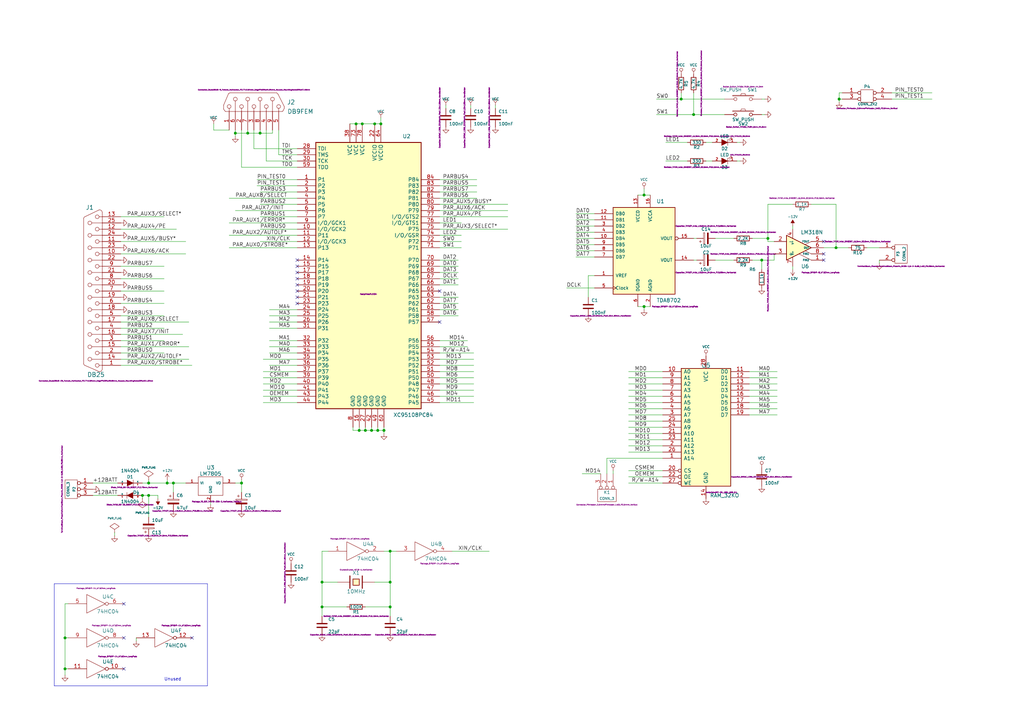
<source format=kicad_sch>
(kicad_sch (version 20231120) (generator "eeschema") (generator_version "8.0")
  (paper "A3")
  (title_block (title "XC95108PC84 EXPERIMENTATION BOARD") (date "Sun 22 Mar 2015"))
  (junction (at 154.94 176.53) (diameter 1.016))
  (junction (at 68.58 198.12) (diameter 1.016))
  (junction (at 149.86 176.53) (diameter 1.016))
  (junction (at 148.59 50.8) (diameter 1.016))
  (junction (at 26.67 274.32) (diameter 1.016))
  (junction (at 344.17 40.64) (diameter 1.016))
  (junction (at 157.48 176.53) (diameter 1.016))
  (junction (at 152.4 176.53) (diameter 1.016))
  (junction (at 147.32 176.53) (diameter 1.016))
  (junction (at 160.02 248.92) (diameter 1.016))
  (junction (at 264.16 125.73) (diameter 1.016))
  (junction (at 101.6 54.61) (diameter 1.016))
  (junction (at 106.68 54.61) (diameter 1.016))
  (junction (at 60.96 198.12) (diameter 1.016))
  (junction (at 156.21 50.8) (diameter 1.016))
  (junction (at 71.12 198.12) (diameter 1.016))
  (junction (at 146.05 50.8) (diameter 1.016))
  (junction (at 132.08 248.92) (diameter 1.016))
  (junction (at 96.52 54.61) (diameter 1.016))
  (junction (at 342.9 101.6) (diameter 1.016))
  (junction (at 26.67 261.62) (diameter 1.016))
  (junction (at 312.42 106.68) (diameter 1.016))
  (junction (at 284.48 46.99) (diameter 1.016))
  (junction (at 160.02 226.06) (diameter 1.016))
  (junction (at 132.08 238.76) (diameter 1.016))
  (junction (at 279.4 40.64) (diameter 1.016))
  (junction (at 264.16 80.01) (diameter 1.016))
  (junction (at 314.96 97.79) (diameter 1.016))
  (junction (at 99.06 198.12) (diameter 1.016))
  (junction (at 60.96 203.2) (diameter 1.016))
  (junction (at 58.42 203.2) (diameter 1.016))
  (junction (at 160.02 238.76) (diameter 1.016))
  (junction (at 153.67 50.8) (diameter 1.016))
  (no_connect (at 121.92 119.38))
  (no_connect (at 50.8 274.32))
  (no_connect (at 337.82 106.68))
  (no_connect (at 121.92 121.92))
  (no_connect (at 180.34 132.08))
  (no_connect (at 180.34 119.38))
  (no_connect (at 121.92 114.3))
  (no_connect (at 121.92 106.68))
  (no_connect (at 337.82 99.06))
  (no_connect (at 50.8 261.62))
  (no_connect (at 121.92 111.76))
  (no_connect (at 121.92 116.84))
  (no_connect (at 78.74 261.62))
  (no_connect (at 337.82 104.14))
  (no_connect (at 121.92 109.22))
  (no_connect (at 121.92 124.46))
  (no_connect (at 50.8 247.65))
  (wire (pts (xy 105.41 73.66) (xy 121.92 73.66)))
  (wire (pts (xy 93.98 81.28) (xy 121.92 81.28)))
  (wire (pts (xy 153.67 50.8) (xy 156.21 50.8)))
  (wire (pts (xy 342.9 101.6) (xy 347.98 101.6)))
  (polyline (pts (xy 22.225 239.395) (xy 85.09 239.395)))
  (wire (pts (xy 121.92 83.82) (xy 106.68 83.82)))
  (wire (pts (xy 49.53 137.16) (xy 74.93 137.16)))
  (wire (pts (xy 180.34 86.36) (xy 208.28 86.36)))
  (wire (pts (xy 365.76 38.1) (xy 382.27 38.1)))
  (wire (pts (xy 243.84 95.25) (xy 236.22 95.25)))
  (wire (pts (xy 149.86 176.53) (xy 152.4 176.53)))
  (wire (pts (xy 271.78 198.12) (xy 257.81 198.12)))
  (wire (pts (xy 147.32 176.53) (xy 149.86 176.53)))
  (wire (pts (xy 307.34 152.4) (xy 318.77 152.4)))
  (wire (pts (xy 187.96 129.54) (xy 180.34 129.54)))
  (wire (pts (xy 312.42 46.99) (xy 313.69 46.99)))
  (wire (pts (xy 38.1 198.12) (xy 48.26 198.12)))
  (wire (pts (xy 121.92 147.32) (xy 107.95 147.32)))
  (wire (pts (xy 132.08 248.92) (xy 132.08 252.73)))
  (wire (pts (xy 194.31 157.48) (xy 180.34 157.48)))
  (wire (pts (xy 160.02 226.06) (xy 160.02 238.76)))
  (wire (pts (xy 271.78 172.72) (xy 257.81 172.72)))
  (wire (pts (xy 121.92 60.96) (xy 104.14 60.96)))
  (wire (pts (xy 99.06 198.12) (xy 96.52 198.12)))
  (wire (pts (xy 243.84 102.87) (xy 236.22 102.87)))
  (wire (pts (xy 264.16 127) (xy 264.16 125.73)))
  (wire (pts (xy 264.16 80.01) (xy 266.7 80.01)))
  (wire (pts (xy 96.52 54.61) (xy 96.52 55.88)))
  (wire (pts (xy 261.62 125.73) (xy 264.16 125.73)))
  (wire (pts (xy 68.58 196.85) (xy 68.58 198.12)))
  (wire (pts (xy 146.05 50.8) (xy 148.59 50.8)))
  (wire (pts (xy 187.96 127) (xy 180.34 127)))
  (wire (pts (xy 187.96 111.76) (xy 180.34 111.76)))
  (wire (pts (xy 194.31 160.02) (xy 180.34 160.02)))
  (wire (pts (xy 248.92 187.96) (xy 248.92 194.31)))
  (wire (pts (xy 271.78 182.88) (xy 257.81 182.88)))
  (wire (pts (xy 157.48 176.53) (xy 157.48 177.8)))
  (wire (pts (xy 152.4 176.53) (xy 154.94 176.53)))
  (wire (pts (xy 160.02 226.06) (xy 162.56 226.06)))
  (wire (pts (xy 292.1 58.42) (xy 289.56 58.42)))
  (wire (pts (xy 58.42 203.2) (xy 60.96 203.2)))
  (wire (pts (xy 246.38 194.31) (xy 238.76 194.31)))
  (wire (pts (xy 271.78 152.4) (xy 257.81 152.4)))
  (wire (pts (xy 194.31 162.56) (xy 180.34 162.56)))
  (wire (pts (xy 345.44 40.64) (xy 344.17 40.64)))
  (wire (pts (xy 344.17 38.1) (xy 345.44 38.1)))
  (wire (pts (xy 121.92 88.9) (xy 106.68 88.9)))
  (wire (pts (xy 193.04 43.18) (xy 193.04 44.45)))
  (wire (pts (xy 308.61 97.79) (xy 314.96 97.79)))
  (wire (pts (xy 106.68 99.06) (xy 121.92 99.06)))
  (wire (pts (xy 191.77 142.24) (xy 180.34 142.24)))
  (wire (pts (xy 317.5 99.06) (xy 314.96 99.06)))
  (wire (pts (xy 365.76 40.64) (xy 382.27 40.64)))
  (polyline (pts (xy 85.09 239.395) (xy 85.09 281.305)))
  (wire (pts (xy 279.4 38.1) (xy 279.4 40.64)))
  (wire (pts (xy 96.52 53.34) (xy 96.52 54.61)))
  (wire (pts (xy 121.92 93.98) (xy 106.68 93.98)))
  (wire (pts (xy 67.31 114.3) (xy 49.53 114.3)))
  (wire (pts (xy 241.3 113.03) (xy 241.3 121.92)))
  (wire (pts (xy 71.12 198.12) (xy 71.12 201.93)))
  (wire (pts (xy 271.78 193.04) (xy 257.81 193.04)))
  (wire (pts (xy 101.6 54.61) (xy 106.68 54.61)))
  (wire (pts (xy 26.67 247.65) (xy 26.67 261.62)))
  (wire (pts (xy 279.4 40.64) (xy 297.18 40.64)))
  (wire (pts (xy 49.53 99.06) (xy 76.2 99.06)))
  (wire (pts (xy 314.96 83.82) (xy 314.96 97.79)))
  (wire (pts (xy 261.62 80.01) (xy 264.16 80.01)))
  (wire (pts (xy 292.1 66.04) (xy 289.56 66.04)))
  (wire (pts (xy 110.49 149.86) (xy 121.92 149.86)))
  (wire (pts (xy 121.92 162.56) (xy 107.95 162.56)))
  (wire (pts (xy 99.06 53.34) (xy 99.06 68.58)))
  (wire (pts (xy 110.49 127) (xy 121.92 127)))
  (wire (pts (xy 160.02 248.92) (xy 149.86 248.92)))
  (wire (pts (xy 99.06 68.58) (xy 121.92 68.58)))
  (wire (pts (xy 106.68 54.61) (xy 106.68 53.34)))
  (wire (pts (xy 307.34 160.02) (xy 318.77 160.02)))
  (wire (pts (xy 194.31 149.86) (xy 180.34 149.86)))
  (wire (pts (xy 293.37 97.79) (xy 300.99 97.79)))
  (wire (pts (xy 187.96 121.92) (xy 180.34 121.92)))
  (wire (pts (xy 87.63 53.34) (xy 93.98 53.34)))
  (wire (pts (xy 187.96 124.46) (xy 180.34 124.46)))
  (wire (pts (xy 194.31 154.94) (xy 180.34 154.94)))
  (wire (pts (xy 105.41 76.2) (xy 121.92 76.2)))
  (wire (pts (xy 64.77 203.2) (xy 64.77 204.47)))
  (wire (pts (xy 96.52 54.61) (xy 101.6 54.61)))
  (wire (pts (xy 152.4 175.26) (xy 152.4 176.53)))
  (wire (pts (xy 243.84 92.71) (xy 236.22 92.71)))
  (wire (pts (xy 144.78 176.53) (xy 147.32 176.53)))
  (wire (pts (xy 180.34 83.82) (xy 208.28 83.82)))
  (wire (pts (xy 303.53 66.04) (xy 302.26 66.04)))
  (wire (pts (xy 121.92 96.52) (xy 93.98 96.52)))
  (wire (pts (xy 110.49 129.54) (xy 121.92 129.54)))
  (wire (pts (xy 96.52 86.36) (xy 121.92 86.36)))
  (wire (pts (xy 302.26 58.42) (xy 303.53 58.42)))
  (wire (pts (xy 243.84 90.17) (xy 236.22 90.17)))
  (wire (pts (xy 160.02 238.76) (xy 160.02 248.92)))
  (wire (pts (xy 67.31 119.38) (xy 49.53 119.38)))
  (wire (pts (xy 189.23 101.6) (xy 180.34 101.6)))
  (wire (pts (xy 271.78 187.96) (xy 248.92 187.96)))
  (wire (pts (xy 121.92 157.48) (xy 107.95 157.48)))
  (wire (pts (xy 243.84 118.11) (xy 232.41 118.11)))
  (wire (pts (xy 26.67 261.62) (xy 26.67 274.32)))
  (wire (pts (xy 49.53 104.14) (xy 76.2 104.14)))
  (wire (pts (xy 314.96 83.82) (xy 325.12 83.82)))
  (wire (pts (xy 195.58 76.2) (xy 180.34 76.2)))
  (wire (pts (xy 180.34 88.9) (xy 208.28 88.9)))
  (wire (pts (xy 121.92 66.04) (xy 109.22 66.04)))
  (wire (pts (xy 187.96 116.84) (xy 180.34 116.84)))
  (wire (pts (xy 307.34 165.1) (xy 318.77 165.1)))
  (wire (pts (xy 312.42 106.68) (xy 317.5 106.68)))
  (wire (pts (xy 195.58 78.74) (xy 180.34 78.74)))
  (wire (pts (xy 67.31 124.46) (xy 49.53 124.46)))
  (wire (pts (xy 271.78 175.26) (xy 257.81 175.26)))
  (wire (pts (xy 271.78 160.02) (xy 257.81 160.02)))
  (wire (pts (xy 121.92 165.1) (xy 107.95 165.1)))
  (wire (pts (xy 132.08 238.76) (xy 132.08 248.92)))
  (wire (pts (xy 195.58 73.66) (xy 180.34 73.66)))
  (wire (pts (xy 49.53 93.98) (xy 72.39 93.98)))
  (wire (pts (xy 308.61 106.68) (xy 312.42 106.68)))
  (wire (pts (xy 281.94 58.42) (xy 273.05 58.42)))
  (wire (pts (xy 99.06 196.85) (xy 99.06 198.12)))
  (wire (pts (xy 114.3 63.5) (xy 114.3 53.34)))
  (wire (pts (xy 180.34 93.98) (xy 208.28 93.98)))
  (wire (pts (xy 121.92 160.02) (xy 107.95 160.02)))
  (wire (pts (xy 313.69 40.64) (xy 312.42 40.64)))
  (wire (pts (xy 67.31 129.54) (xy 49.53 129.54)))
  (wire (pts (xy 49.53 142.24) (xy 77.47 142.24)))
  (wire (pts (xy 67.31 109.22) (xy 49.53 109.22)))
  (wire (pts (xy 147.32 175.26) (xy 147.32 176.53)))
  (wire (pts (xy 67.31 134.62) (xy 49.53 134.62)))
  (wire (pts (xy 271.78 157.48) (xy 257.81 157.48)))
  (wire (pts (xy 142.24 248.92) (xy 132.08 248.92)))
  (wire (pts (xy 185.42 226.06) (xy 200.66 226.06)))
  (wire (pts (xy 271.78 180.34) (xy 257.81 180.34)))
  (wire (pts (xy 71.12 198.12) (xy 76.2 198.12)))
  (wire (pts (xy 67.31 88.9) (xy 49.53 88.9)))
  (wire (pts (xy 60.96 198.12) (xy 68.58 198.12)))
  (wire (pts (xy 317.5 106.68) (xy 317.5 104.14)))
  (wire (pts (xy 195.58 81.28) (xy 180.34 81.28)))
  (wire (pts (xy 182.88 44.45) (xy 182.88 43.18)))
  (wire (pts (xy 48.26 203.2) (xy 38.1 203.2)))
  (wire (pts (xy 149.86 175.26) (xy 149.86 176.53)))
  (wire (pts (xy 153.67 238.76) (xy 160.02 238.76)))
  (wire (pts (xy 337.82 101.6) (xy 342.9 101.6)))
  (wire (pts (xy 187.96 114.3) (xy 180.34 114.3)))
  (wire (pts (xy 101.6 53.34) (xy 101.6 54.61)))
  (wire (pts (xy 46.99 219.71) (xy 46.99 218.44)))
  (wire (pts (xy 189.23 91.44) (xy 180.34 91.44)))
  (wire (pts (xy 187.96 109.22) (xy 180.34 109.22)))
  (wire (pts (xy 67.31 144.78) (xy 49.53 144.78)))
  (wire (pts (xy 325.12 110.49) (xy 325.12 109.22)))
  (wire (pts (xy 60.96 196.85) (xy 60.96 198.12)))
  (wire (pts (xy 58.42 204.47) (xy 58.42 203.2)))
  (wire (pts (xy 58.42 198.12) (xy 60.96 198.12)))
  (wire (pts (xy 157.48 175.26) (xy 157.48 176.53)))
  (wire (pts (xy 148.59 50.8) (xy 153.67 50.8)))
  (wire (pts (xy 203.2 43.18) (xy 203.2 44.45)))
  (wire (pts (xy 132.08 226.06) (xy 132.08 238.76)))
  (wire (pts (xy 160.02 248.92) (xy 160.02 252.73)))
  (wire (pts (xy 271.78 195.58) (xy 257.81 195.58)))
  (wire (pts (xy 55.88 262.89) (xy 55.88 261.62)))
  (wire (pts (xy 132.08 238.76) (xy 138.43 238.76)))
  (wire (pts (xy 121.92 152.4) (xy 107.95 152.4)))
  (wire (pts (xy 87.63 53.34) (xy 87.63 50.8)))
  (wire (pts (xy 285.75 97.79) (xy 284.48 97.79)))
  (wire (pts (xy 271.78 167.64) (xy 257.81 167.64)))
  (wire (pts (xy 344.17 38.1) (xy 344.17 40.64)))
  (wire (pts (xy 269.24 40.64) (xy 279.4 40.64)))
  (wire (pts (xy 49.53 147.32) (xy 77.47 147.32)))
  (wire (pts (xy 121.92 91.44) (xy 93.98 91.44)))
  (wire (pts (xy 60.96 203.2) (xy 64.77 203.2)))
  (wire (pts (xy 121.92 63.5) (xy 114.3 63.5)))
  (wire (pts (xy 332.74 83.82) (xy 342.9 83.82)))
  (wire (pts (xy 194.31 144.78) (xy 180.34 144.78)))
  (polyline (pts (xy 85.09 281.305) (xy 22.225 281.305)))
  (wire (pts (xy 307.34 170.18) (xy 318.77 170.18)))
  (wire (pts (xy 121.92 154.94) (xy 107.95 154.94)))
  (wire (pts (xy 307.34 154.94) (xy 318.77 154.94)))
  (wire (pts (xy 355.6 101.6) (xy 360.68 101.6)))
  (wire (pts (xy 243.84 113.03) (xy 241.3 113.03)))
  (wire (pts (xy 143.51 50.8) (xy 146.05 50.8)))
  (wire (pts (xy 60.96 203.2) (xy 60.96 212.09)))
  (wire (pts (xy 271.78 177.8) (xy 257.81 177.8)))
  (wire (pts (xy 110.49 139.7) (xy 121.92 139.7)))
  (wire (pts (xy 110.49 142.24) (xy 121.92 142.24)))
  (wire (pts (xy 307.34 162.56) (xy 318.77 162.56)))
  (wire (pts (xy 111.76 54.61) (xy 111.76 53.34)))
  (wire (pts (xy 26.67 247.65) (xy 27.94 247.65)))
  (wire (pts (xy 109.22 66.04) (xy 109.22 53.34)))
  (wire (pts (xy 271.78 170.18) (xy 257.81 170.18)))
  (wire (pts (xy 271.78 165.1) (xy 257.81 165.1)))
  (wire (pts (xy 106.68 54.61) (xy 111.76 54.61)))
  (polyline (pts (xy 22.225 239.395) (xy 22.225 281.305)))
  (wire (pts (xy 300.99 106.68) (xy 293.37 106.68)))
  (wire (pts (xy 194.31 165.1) (xy 180.34 165.1)))
  (wire (pts (xy 284.48 46.99) (xy 297.18 46.99)))
  (wire (pts (xy 104.14 60.96) (xy 104.14 53.34)))
  (wire (pts (xy 360.68 107.95) (xy 360.68 106.68)))
  (wire (pts (xy 243.84 100.33) (xy 236.22 100.33)))
  (wire (pts (xy 154.94 176.53) (xy 157.48 176.53)))
  (wire (pts (xy 243.84 105.41) (xy 236.22 105.41)))
  (wire (pts (xy 156.21 50.8) (xy 156.21 48.26)))
  (wire (pts (xy 99.06 198.12) (xy 99.06 201.93)))
  (wire (pts (xy 93.98 101.6) (xy 121.92 101.6)))
  (wire (pts (xy 194.31 147.32) (xy 180.34 147.32)))
  (wire (pts (xy 121.92 78.74) (xy 106.68 78.74)))
  (wire (pts (xy 344.17 40.64) (xy 344.17 41.91)))
  (wire (pts (xy 271.78 185.42) (xy 257.81 185.42)))
  (wire (pts (xy 264.16 125.73) (xy 266.7 125.73)))
  (wire (pts (xy 26.67 274.32) (xy 26.67 276.86)))
  (wire (pts (xy 49.53 132.08) (xy 77.47 132.08)))
  (wire (pts (xy 110.49 144.78) (xy 121.92 144.78)))
  (wire (pts (xy 189.23 99.06) (xy 180.34 99.06)))
  (wire (pts (xy 194.31 152.4) (xy 180.34 152.4)))
  (wire (pts (xy 312.42 106.68) (xy 312.42 110.49)))
  (wire (pts (xy 314.96 97.79) (xy 314.96 99.06)))
  (wire (pts (xy 325.12 92.71) (xy 325.12 93.98)))
  (wire (pts (xy 271.78 162.56) (xy 257.81 162.56)))
  (wire (pts (xy 187.96 106.68) (xy 180.34 106.68)))
  (wire (pts (xy 132.08 226.06) (xy 134.62 226.06)))
  (wire (pts (xy 307.34 157.48) (xy 318.77 157.48)))
  (wire (pts (xy 110.49 134.62) (xy 121.92 134.62)))
  (wire (pts (xy 27.94 261.62) (xy 26.67 261.62)))
  (wire (pts (xy 49.53 149.86) (xy 78.74 149.86)))
  (wire (pts (xy 154.94 175.26) (xy 154.94 176.53)))
  (wire (pts (xy 157.48 226.06) (xy 160.02 226.06)))
  (wire (pts (xy 86.36 207.01) (xy 86.36 205.74)))
  (wire (pts (xy 26.67 274.32) (xy 27.94 274.32)))
  (wire (pts (xy 243.84 87.63) (xy 236.22 87.63)))
  (wire (pts (xy 264.16 80.01) (xy 264.16 77.47)))
  (wire (pts (xy 271.78 154.94) (xy 257.81 154.94)))
  (wire (pts (xy 285.75 106.68) (xy 284.48 106.68)))
  (wire (pts (xy 243.84 97.79) (xy 236.22 97.79)))
  (wire (pts (xy 191.77 139.7) (xy 180.34 139.7)))
  (wire (pts (xy 110.49 132.08) (xy 121.92 132.08)))
  (wire (pts (xy 68.58 198.12) (xy 71.12 198.12)))
  (wire (pts (xy 251.46 193.04) (xy 251.46 194.31)))
  (wire (pts (xy 189.23 96.52) (xy 180.34 96.52)))
  (wire (pts (xy 342.9 83.82) (xy 342.9 101.6)))
  (wire (pts (xy 307.34 167.64) (xy 318.77 167.64)))
  (wire (pts (xy 281.94 66.04) (xy 273.05 66.04)))
  (wire (pts (xy 144.78 175.26) (xy 144.78 176.53)))
  (wire (pts (xy 269.24 46.99) (xy 284.48 46.99)))
  (wire (pts (xy 284.48 46.99) (xy 284.48 38.1)))
  (wire (pts (xy 67.31 139.7) (xy 49.53 139.7)))
  (text "Unused" (at 67.31 279.4 0) (effects (font (size 1.27 1.27)) (justify left bottom)))
  (label "PARBUS2" (at 106.68 83.82 0) (effects (font (size 1.524 1.524))))
  (label "MA4" (at 311.15 162.56 0) (effects (font (size 1.524 1.524))))
  (label "PIN_TEST1" (at 367.03 40.64 0) (effects (font (size 1.524 1.524))))
  (label "MD1" (at 110.49 152.4 0) (effects (font (size 1.524 1.524))))
  (label "MA1" (at 114.3 139.7 0) (effects (font (size 1.524 1.524))))
  (label "PARBUS1" (at 106.68 88.9 0) (effects (font (size 1.524 1.524))))
  (label "+12BATT" (at 38.1 198.12 0) (effects (font (size 1.524 1.524))))
  (label "PAR_AUX8/SELECT" (at 52.07 132.08 0) (effects (font (size 1.524 1.524))))
  (label "MD2" (at 260.35 157.48 0) (effects (font (size 1.524 1.524))))
  (label "DAT7" (at 236.22 105.41 0) (effects (font (size 1.524 1.524))))
  (label "MD14" (at 184.15 139.7 0) (effects (font (size 1.524 1.524))))
  (label "PARBUS4" (at 181.61 73.66 0) (effects (font (size 1.524 1.524))))
  (label "MD4" (at 260.35 162.56 0) (effects (font (size 1.524 1.524))))
  (label "PARBUS5" (at 52.07 119.38 0) (effects (font (size 1.524 1.524))))
  (label "TDO" (at 115.57 68.58 0) (effects (font (size 1.524 1.524))))
  (label "TCK" (at 115.57 66.04 0) (effects (font (size 1.524 1.524))))
  (label "MD14" (at 240.03 194.31 0) (effects (font (size 1.524 1.524))))
  (label "MD2" (at 110.49 157.48 0) (effects (font (size 1.524 1.524))))
  (label "PAR_AUX7/INIT" (at 52.07 137.16 0) (effects (font (size 1.524 1.524))))
  (label "MD0" (at 110.49 147.32 0) (effects (font (size 1.524 1.524))))
  (label "DAT0" (at 181.61 109.22 0) (effects (font (size 1.524 1.524))))
  (label "OEMEM" (at 110.49 162.56 0) (effects (font (size 1.524 1.524))))
  (label "MA0" (at 114.3 142.24 0) (effects (font (size 1.524 1.524))))
  (label "XIN/CLK" (at 187.96 226.06 0) (effects (font (size 1.524 1.524))))
  (label "LED1" (at 181.61 91.44 0) (effects (font (size 1.524 1.524))))
  (label "SW1" (at 269.24 46.99 0) (effects (font (size 1.524 1.524))))
  (label "CSMEM" (at 110.49 154.94 0) (effects (font (size 1.524 1.524))))
  (label "DCLK" (at 232.41 118.11 0) (effects (font (size 1.524 1.524))))
  (label "MD9" (at 182.88 160.02 0) (effects (font (size 1.524 1.524))))
  (label "SW1" (at 181.61 101.6 0) (effects (font (size 1.524 1.524))))
  (label "PAR_AUX5/BUSY*" (at 52.07 99.06 0) (effects (font (size 1.524 1.524))))
  (label "MA6" (at 114.3 144.78 0) (effects (font (size 1.524 1.524))))
  (label "PAR_AUX7/INIT" (at 99.06 86.36 0) (effects (font (size 1.524 1.524))))
  (label "PAR_AUX5/BUSY*" (at 181.61 83.82 0) (effects (font (size 1.524 1.524))))
  (label "MA2" (at 311.15 157.48 0) (effects (font (size 1.524 1.524))))
  (label "PARBUS6" (at 181.61 81.28 0) (effects (font (size 1.524 1.524))))
  (label "MA0" (at 311.15 152.4 0) (effects (font (size 1.524 1.524))))
  (label "MA4" (at 114.3 127 0) (effects (font (size 1.524 1.524))))
  (label "PARBUS0" (at 106.68 93.98 0) (effects (font (size 1.524 1.524))))
  (label "DAT5" (at 236.22 100.33 0) (effects (font (size 1.524 1.524))))
  (label "OEMEM" (at 260.35 195.58 0) (effects (font (size 1.524 1.524))))
  (label "PAR_AUX6/ACK" (at 181.61 86.36 0) (effects (font (size 1.524 1.524))))
  (label "MD5" (at 260.35 165.1 0) (effects (font (size 1.524 1.524))))
  (label "PARBUS2" (at 52.07 134.62 0) (effects (font (size 1.524 1.524))))
  (label "-12BATT" (at 38.1 203.2 0) (effects (font (size 1.524 1.524))))
  (label "MA6" (at 311.15 167.64 0) (effects (font (size 1.524 1.524))))
  (label "DAT7" (at 181.61 124.46 0) (effects (font (size 1.524 1.524))))
  (label "MA5" (at 311.15 165.1 0) (effects (font (size 1.524 1.524))))
  (label "PARBUS3" (at 106.68 78.74 0) (effects (font (size 1.524 1.524))))
  (label "DAT0" (at 236.22 87.63 0) (effects (font (size 1.524 1.524))))
  (label "MD9" (at 260.35 175.26 0) (effects (font (size 1.524 1.524))))
  (label "PIN_TEST1" (at 105.41 76.2 0) (effects (font (size 1.524 1.524))))
  (label "PARBUS3" (at 52.07 129.54 0) (effects (font (size 1.524 1.524))))
  (label "PARBUS7" (at 181.61 78.74 0) (effects (font (size 1.524 1.524))))
  (label "MD13" (at 182.88 147.32 0) (effects (font (size 1.524 1.524))))
  (label "PARBUS4" (at 52.07 124.46 0) (effects (font (size 1.524 1.524))))
  (label "PAR_AUX8/SELECT" (at 96.52 81.28 0) (effects (font (size 1.524 1.524))))
  (label "DAT3" (at 181.61 111.76 0) (effects (font (size 1.524 1.524))))
  (label "PAR_AUX3/SELECT*" (at 181.61 93.98 0) (effects (font (size 1.524 1.524))))
  (label "DAT1" (at 236.22 90.17 0) (effects (font (size 1.524 1.524))))
  (label "PAR_AUX6/ACK" (at 52.07 104.14 0) (effects (font (size 1.524 1.524))))
  (label "DAT4" (at 181.61 121.92 0) (effects (font (size 1.524 1.524))))
  (label "R/W-A14" (at 181.61 144.78 0) (effects (font (size 1.524 1.524))))
  (label "PAR_AUX3/SELECT*" (at 52.07 88.9 0) (effects (font (size 1.524 1.524))))
  (label "MD3" (at 260.35 160.02 0) (effects (font (size 1.524 1.524))))
  (label "DAT4" (at 236.22 97.79 0) (effects (font (size 1.524 1.524))))
  (label "MD0" (at 260.35 152.4 0) (effects (font (size 1.524 1.524))))
  (label "PARBUS0" (at 52.07 144.78 0) (effects (font (size 1.524 1.524))))
  (label "LED2" (at 273.05 66.04 0) (effects (font (size 1.524 1.524))))
  (label "MA3" (at 311.15 160.02 0) (effects (font (size 1.524 1.524))))
  (label "PAR_AUX4/PE" (at 181.61 88.9 0) (effects (font (size 1.524 1.524))))
  (label "MA7" (at 114.3 149.86 0) (effects (font (size 1.524 1.524))))
  (label "LED2" (at 181.61 96.52 0) (effects (font (size 1.524 1.524))))
  (label "MA7" (at 311.15 170.18 0) (effects (font (size 1.524 1.524))))
  (label "PARBUS7" (at 52.07 109.22 0) (effects (font (size 1.524 1.524))))
  (label "MD7" (at 182.88 149.86 0) (effects (font (size 1.524 1.524))))
  (label "DAT5" (at 181.61 127 0) (effects (font (size 1.524 1.524))))
  (label "PARBUS6" (at 52.07 114.3 0) (effects (font (size 1.524 1.524))))
  (label "DAT6" (at 181.61 129.54 0) (effects (font (size 1.524 1.524))))
  (label "MD7" (at 260.35 170.18 0) (effects (font (size 1.524 1.524))))
  (label "DAT3" (at 236.22 95.25 0) (effects (font (size 1.524 1.524))))
  (label "DAT1" (at 181.61 116.84 0) (effects (font (size 1.524 1.524))))
  (label "PAR_AUX2/AUTOLF*" (at 52.07 147.32 0) (effects (font (size 1.524 1.524))))
  (label "MD1" (at 260.35 154.94 0) (effects (font (size 1.524 1.524))))
  (label "MA5" (at 114.3 134.62 0) (effects (font (size 1.524 1.524))))
  (label "PARBUS5" (at 181.61 76.2 0) (effects (font (size 1.524 1.524))))
  (label "MA2" (at 114.3 132.08 0) (effects (font (size 1.524 1.524))))
  (label "MD4" (at 182.88 162.56 0) (effects (font (size 1.524 1.524))))
  (label "MD11" (at 260.35 180.34 0) (effects (font (size 1.524 1.524))))
  (label "PAR_AUX2/AUTOLF*" (at 95.25 96.52 0) (effects (font (size 1.524 1.524))))
  (label "PIN_TEST0" (at 105.41 73.66 0) (effects (font (size 1.524 1.524))))
  (label "MD6" (at 182.88 154.94 0) (effects (font (size 1.524 1.524))))
  (label "MD8" (at 182.88 152.4 0) (effects (font (size 1.524 1.524))))
  (label "MD8" (at 260.35 172.72 0) (effects (font (size 1.524 1.524))))
  (label "TDI" (at 115.57 60.96 0) (effects (font (size 1.524 1.524))))
  (label "MD6" (at 260.35 167.64 0) (effects (font (size 1.524 1.524))))
  (label "SW0" (at 181.61 99.06 0) (effects (font (size 1.524 1.524))))
  (label "DAT2" (at 236.22 92.71 0) (effects (font (size 1.524 1.524))))
  (label "MD5" (at 182.88 157.48 0) (effects (font (size 1.524 1.524))))
  (label "MD12" (at 260.35 182.88 0) (effects (font (size 1.524 1.524))))
  (label "MD12" (at 184.15 142.24 0) (effects (font (size 1.524 1.524))))
  (label "MD10" (at 260.35 177.8 0) (effects (font (size 1.524 1.524))))
  (label "MD13" (at 260.35 185.42 0) (effects (font (size 1.524 1.524))))
  (label "PAR_AUX1/ERROR*" (at 95.25 91.44 0) (effects (font (size 1.524 1.524))))
  (label "PAR_AUX1/ERROR*" (at 52.07 142.24 0) (effects (font (size 1.524 1.524))))
  (label "MA1" (at 311.15 154.94 0) (effects (font (size 1.524 1.524))))
  (label "LED1" (at 273.05 58.42 0) (effects (font (size 1.524 1.524))))
  (label "R/W-A14" (at 259.08 198.12 0) (effects (font (size 1.524 1.524))))
  (label "PARBUS1" (at 52.07 139.7 0) (effects (font (size 1.524 1.524))))
  (label "CSMEM" (at 260.35 193.04 0) (effects (font (size 1.524 1.524))))
  (label "PAR_AUX0/STROBE*" (at 52.07 149.86 0) (effects (font (size 1.524 1.524))))
  (label "XIN/CLK" (at 109.22 99.06 0) (effects (font (size 1.524 1.524))))
  (label "MD10" (at 110.49 160.02 0) (effects (font (size 1.524 1.524))))
  (label "SW0" (at 269.24 40.64 0) (effects (font (size 1.524 1.524))))
  (label "DAT6" (at 236.22 102.87 0) (effects (font (size 1.524 1.524))))
  (label "DAT2" (at 181.61 106.68 0) (effects (font (size 1.524 1.524))))
  (label "PAR_AUX0/STROBE*" (at 95.25 101.6 0) (effects (font (size 1.524 1.524))))
  (label "PIN_TEST0" (at 367.03 38.1 0) (effects (font (size 1.524 1.524))))
  (label "MA3" (at 114.3 129.54 0) (effects (font (size 1.524 1.524))))
  (label "DCLK" (at 181.61 114.3 0) (effects (font (size 1.524 1.524))))
  (label "MD3" (at 110.49 165.1 0) (effects (font (size 1.524 1.524))))
  (label "TMS" (at 115.57 63.5 0) (effects (font (size 1.524 1.524))))
  (label "MD11" (at 182.88 165.1 0) (effects (font (size 1.524 1.524))))
  (label "PAR_AUX4/PE" (at 52.07 93.98 0) (effects (font (size 1.524 1.524))))
  (symbol (lib_id "carte_test_schlib:TDA8702") (at 264.16 102.87 0) (unit 1)
    (property "Reference" "U1" (at 269.24 82.55 0) (effects (font (size 1.524 1.524)) (justify left)))
    (property "Value" "TDA8702" (at 269.24 123.19 0) (effects (font (size 1.524 1.524)) (justify left)))
    (property "Footprint" "Package_DIP:DIP-16_W7.62mm_Socket_LongPads" (at 276.86 125.73 0) (effects (font (size 0.508 0.508))))
  )
  (symbol (lib_id "carte_test_schlib:VCC") (at 264.16 77.47 0) (unit 1)
    (property "Reference" "#PWR046" (effects (hide yes)))
    (property "Value" "VCC" (at 264.16 73.66 0) (effects (font (size 1.016 1.016))))
  )
  (symbol (lib_id "carte_test_schlib:GND") (at 132.08 260.35 0) (unit 1)
    (property "Reference" "#PWR048" (effects (hide yes)))
    (property "Value" "GND" (effects (hide yes)))
  )
  (symbol (lib_id "carte_test_schlib:GND") (at 264.16 127 0) (unit 1)
    (property "Reference" "#PWR044" (effects (hide yes)))
    (property "Value" "GND" (effects (hide yes)))
  )
  (symbol (lib_id "carte_test_schlib:C") (at 241.3 125.73 0) (unit 1)
    (property "Reference" "C1" (at 242.57 123.19 0) (effects (justify left)))
    (property "Value" "100nF" (at 242.57 128.27 0) (effects (justify left)))
    (property "Footprint" "Capacitor_SMD:C_1206_3216Metric_Pad1.33x1.80mm_HandSolder" (at 246.38 129.54 0) (effects (font (size 0.508 0.508))))
  )
  (symbol (lib_id "carte_test_schlib:GND") (at 241.3 129.54 0) (unit 1)
    (property "Reference" "#PWR043" (effects (hide yes)))
    (property "Value" "GND" (effects (hide yes)))
  )
  (symbol (lib_id "carte_test_schlib:CP") (at 289.56 106.68 90) (unit 1)
    (property "Reference" "C2" (at 289.56 102.87 90) (effects (justify bottom)))
    (property "Value" "10uF" (at 289.56 110.49 90))
    (property "Footprint" "Capacitor_THT:CP_Axial_L10.0mm_D4.5mm_P15.00mm_Horizontal" (at 289.56 111.76 90) (effects (font (size 0.508 0.508))))
  )
  (symbol (lib_id "carte_test_schlib:CP") (at 99.06 205.74 0) (unit 1)
    (property "Reference" "C3" (at 100.33 203.2 0) (effects (justify left)))
    (property "Value" "10uF" (at 100.33 208.28 0) (effects (justify left)))
    (property "Footprint" "Capacitor_THT:CP_Axial_L10.0mm_D4.5mm_P15.00mm_Horizontal" (at 102.87 209.55 0) (effects (font (size 0.508 0.508))))
  )
  (symbol (lib_id "carte_test_schlib:GND") (at 99.06 209.55 0) (unit 1)
    (property "Reference" "#PWR042" (effects (hide yes)))
    (property "Value" "GND" (effects (hide yes)))
  )
  (symbol (lib_id "carte_test_schlib:GND") (at 96.52 55.88 0) (unit 1)
    (property "Reference" "#PWR040" (effects (hide yes)))
    (property "Value" "GND" (effects (hide yes)))
  )
  (symbol (lib_id "carte_test_schlib:CRYSTAL") (at 146.05 238.76 0) (unit 1)
    (property "Reference" "X1" (at 146.05 234.95 0) (effects (font (size 1.524 1.524))))
    (property "Value" "10MHz" (at 146.05 242.57 0) (effects (font (size 1.524 1.524))))
    (property "Footprint" "Crystal:Crystal_HC18-U_Horizontal" (at 146.05 233.68 0) (effects (font (size 0.508 0.508))))
  )
  (symbol (lib_id "carte_test_schlib:C") (at 160.02 256.54 0) (unit 1)
    (property "Reference" "C4" (at 162.56 254 0) (effects (justify left)))
    (property "Value" "22pF" (at 162.56 259.08 0) (effects (justify left)))
    (property "Footprint" "Capacitor_SMD:C_1206_3216Metric_Pad1.33x1.80mm_HandSolder" (at 166.37 260.35 0) (effects (font (size 0.508 0.508))))
  )
  (symbol (lib_id "carte_test_schlib:R") (at 146.05 248.92 270) (unit 1)
    (property "Reference" "R1" (at 146.05 250.952 90))
    (property "Value" "100K" (at 146.05 248.92 90))
    (property "Footprint" "Resistor_THT:R_Axial_DIN0207_L6.3mm_D2.5mm_P10.16mm_Horizontal" (at 146.05 252.73 90) (effects (font (size 0.508 0.508))))
  )
  (symbol (lib_id "carte_test_schlib:LM7805") (at 86.36 199.39 0) (unit 1)
    (property "Reference" "U3" (at 86.36 191.77 0) (effects (font (size 1.524 1.524))))
    (property "Value" "LM7805" (at 86.36 194.31 0) (effects (font (size 1.524 1.524))))
    (property "Footprint" "Package_TO_SOT_THT:TO-220-3_Horizontal_TabDown" (at 88.9 205.74 0) (effects (font (size 0.508 0.508))))
  )
  (symbol (lib_id "carte_test_schlib:GND") (at 86.36 207.01 0) (unit 1)
    (property "Reference" "#PWR038" (effects (hide yes)))
    (property "Value" "GND" (effects (hide yes)))
  )
  (symbol (lib_id "carte_test_schlib:VCC") (at 99.06 196.85 0) (unit 1)
    (property "Reference" "#PWR037" (effects (hide yes)))
    (property "Value" "VCC" (at 99.06 193.04 0) (effects (font (size 1.016 1.016))))
  )
  (symbol (lib_id "carte_test_schlib:CONN_3") (at 29.21 200.66 0) (mirror y) (unit 1)
    (property "Reference" "P2" (at 30.4292 200.66 90) (effects (font (size 1.016 1.016))))
    (property "Value" "CONN_3" (at 27.94 200.66 90) (effects (font (size 1.016 1.016))))
    (property "Footprint" "TerminalBlock_Phoenix:TerminalBlock_Phoenix_MKDS-1,5-3-5.08_1x03_P5.08mm_Horizontal" (at 25.4 200.66 90) (effects (font (size 0.508 0.508))))
  )
  (symbol (lib_id "carte_test_schlib:GND") (at 38.1 200.66 90) (unit 1)
    (property "Reference" "#PWR036" (effects (hide yes)))
    (property "Value" "GND" (effects (hide yes)))
  )
  (symbol (lib_id "carte_test_schlib:DIODE") (at 53.34 198.12 0) (unit 1)
    (property "Reference" "D1" (at 53.34 195.58 0))
    (property "Value" "1N4004" (at 53.34 193.04 0))
    (property "Footprint" "Diode_THT:D_DO-35_SOD27_P12.70mm_Horizontal" (at 55.118 199.898 0) (effects (font (size 0.508 0.508))))
  )
  (symbol (lib_id "carte_test_schlib:CP") (at 71.12 205.74 0) (unit 1)
    (property "Reference" "C6" (at 72.39 203.2 0) (effects (justify left)))
    (property "Value" "47uF" (at 72.39 208.28 0) (effects (justify left)))
    (property "Footprint" "Capacitor_THT:CP_Axial_L10.0mm_D4.5mm_P15.00mm_Horizontal" (at 74.93 209.55 0) (effects (font (size 0.508 0.508))))
  )
  (symbol (lib_id "carte_test_schlib:GND") (at 71.12 209.55 0) (unit 1)
    (property "Reference" "#PWR035" (effects (hide yes)))
    (property "Value" "GND" (effects (hide yes)))
  )
  (symbol (lib_id "carte_test_schlib:CONN_2") (at 369.57 104.14 0) (unit 1)
    (property "Reference" "P3" (at 368.3 104.14 90) (effects (font (size 1.016 1.016))))
    (property "Value" "CONN_2" (at 370.84 104.14 90) (effects (font (size 1.016 1.016))))
    (property "Footprint" "TerminalBlock_Phoenix:TerminalBlock_Phoenix_MKDS-1,5-2-5.08_1x02_P5.08mm_Horizontal" (at 369.57 109.22 0) (effects (font (size 0.508 0.508))))
  )
  (symbol (lib_id "carte_test_schlib:PWR_FLAG") (at 46.99 218.44 0) (unit 1)
    (property "Reference" "#FLG032" (effects (hide yes)))
    (property "Value" "PWR_FLAG" (at 46.99 212.598 0) (effects (font (size 0.762 0.762))))
  )
  (symbol (lib_id "carte_test_schlib:74HC04") (at 146.05 226.06 0) (unit 1)
    (property "Reference" "U4" (at 151.003 223.139 0) (effects (font (size 1.524 1.524))))
    (property "Value" "74HC04" (at 150.876 229.2096 0) (effects (font (size 1.524 1.524))))
    (property "Footprint" "Package_DIP:DIP-14_W7.62mm_LongPads" (at 143.51 220.98 0) (effects (font (size 0.508 0.508))))
  )
  (symbol (lib_id "carte_test_schlib:74HC04") (at 173.99 226.06 0) (unit 2)
    (property "Reference" "U4" (at 178.943 223.139 0) (effects (font (size 1.524 1.524))))
    (property "Value" "74HC04" (at 178.816 229.2096 0) (effects (font (size 1.524 1.524))))
    (property "Footprint" "Package_DIP:DIP-14_W7.62mm_LongPads" (at 180.34 231.14 0) (effects (font (size 0.508 0.508))))
  )
  (symbol (lib_id "carte_test_schlib:74HC04") (at 39.37 247.65 0) (unit 3)
    (property "Reference" "U4" (at 44.323 244.729 0) (effects (font (size 1.524 1.524))))
    (property "Value" "74HC04" (at 44.196 250.7996 0) (effects (font (size 1.524 1.524))))
    (property "Footprint" "Package_DIP:DIP-14_W7.62mm_LongPads" (at 39.37 241.3 0) (effects (font (size 0.508 0.508))))
  )
  (symbol (lib_id "carte_test_schlib:74HC04") (at 39.37 261.62 0) (unit 4)
    (property "Reference" "U4" (at 44.323 258.699 0) (effects (font (size 1.524 1.524))))
    (property "Value" "74HC04" (at 44.196 264.7696 0) (effects (font (size 1.524 1.524))))
    (property "Footprint" "Package_DIP:DIP-14_W7.62mm_LongPads" (at 45.72 256.54 0) (effects (font (size 0.508 0.508))))
  )
  (symbol (lib_id "carte_test_schlib:74HC04") (at 39.37 274.32 0) (unit 5)
    (property "Reference" "U4" (at 44.323 271.399 0) (effects (font (size 1.524 1.524))))
    (property "Value" "74HC04" (at 44.196 277.4696 0) (effects (font (size 1.524 1.524))))
    (property "Footprint" "Package_DIP:DIP-14_W7.62mm_LongPads" (at 48.26 269.24 0) (effects (font (size 0.508 0.508))))
  )
  (symbol (lib_id "carte_test_schlib:74HC04") (at 67.31 261.62 0) (unit 6)
    (property "Reference" "U4" (at 72.263 258.699 0) (effects (font (size 1.524 1.524))))
    (property "Value" "74HC04" (at 72.136 264.7696 0) (effects (font (size 1.524 1.524))))
    (property "Footprint" "Package_DIP:DIP-14_W7.62mm_LongPads" (at 74.295 256.54 0) (effects (font (size 0.508 0.508))))
  )
  (symbol (lib_id "carte_test_schlib:GND") (at 26.67 276.86 0) (unit 1)
    (property "Reference" "#PWR031" (effects (hide yes)))
    (property "Value" "GND" (effects (hide yes)))
  )
  (symbol (lib_id "carte_test_schlib:GND") (at 55.88 262.89 0) (unit 1)
    (property "Reference" "#PWR030" (effects (hide yes)))
    (property "Value" "GND" (effects (hide yes)))
  )
  (symbol (lib_id "carte_test_schlib:RAM_32KO") (at 289.56 172.72 0) (unit 1)
    (property "Reference" "U5" (at 289.56 149.86 0) (effects (font (size 1.778 1.778))))
    (property "Value" "RAM_32KO" (at 297.18 203.2 0) (effects (font (size 1.524 1.524))))
    (property "Footprint" "footprints:DIP-28__300__600_ELL" (at 295.91 201.93 0) (effects (font (size 0.508 0.508))))
  )
  (symbol (lib_id "carte_test_schlib:CONN_3") (at 248.92 203.2 270) (unit 1)
    (property "Reference" "K1" (at 248.92 201.93 90))
    (property "Value" "CONN_3" (at 248.92 204.47 90) (effects (font (size 1.016 1.016))))
    (property "Footprint" "Connector_PinHeader_2.54mm:PinHeader_1x03_P2.54mm_Vertical" (at 248.92 207.01 90) (effects (font (size 0.508 0.508))))
  )
  (symbol (lib_id "carte_test_schlib:VCC") (at 251.46 193.04 0) (unit 1)
    (property "Reference" "#PWR029" (effects (hide yes)))
    (property "Value" "VCC" (at 251.46 189.23 0) (effects (font (size 1.016 1.016))))
  )
  (symbol (lib_id "carte_test_schlib:DB25") (at 38.1 119.38 0) (mirror y) (unit 1)
    (property "Reference" "J1" (at 36.83 85.09 0) (effects (font (size 1.778 1.778))))
    (property "Value" "DB25" (at 39.37 153.67 0) (effects (font (size 1.778 1.778))))
    (property "Footprint" "Connector_Dsub:DSUB-25_Female_Horizontal_P2.77x2.84mm_EdgePinOffset9.90mm_Housed_MountingHolesOffset11.32mm" (at 39.37 156.21 0) (effects (font (size 0.508 0.508))))
  )
  (symbol (lib_id "carte_test_schlib:GND") (at 49.53 91.44 90) (unit 1)
    (property "Reference" "#PWR028" (effects (hide yes)))
    (property "Value" "GND" (effects (hide yes)))
  )
  (symbol (lib_id "carte_test_schlib:C") (at 119.38 234.95 0) (unit 1)
    (property "Reference" "C12" (at 120.65 232.41 0) (effects (justify left)))
    (property "Value" "100nF" (at 120.65 237.49 0) (effects (justify left)))
    (property "Footprint" "Capacitor_SMD:C_1206_3216Metric_Pad1.33x1.80mm_HandSolder" (at 116.84 234.95 90) (effects (font (size 0.508 0.508))))
  )
  (symbol (lib_id "carte_test_schlib:VCC") (at 119.38 231.14 0) (unit 1)
    (property "Reference" "#PWR022" (effects (hide yes)))
    (property "Value" "VCC" (at 119.38 227.33 0) (effects (font (size 1.016 1.016))))
  )
  (symbol (lib_id "carte_test_schlib:GND") (at 119.38 238.76 0) (unit 1)
    (property "Reference" "#PWR021" (effects (hide yes)))
    (property "Value" "GND" (effects (hide yes)))
  )
  (symbol (lib_id "carte_test_schlib:R") (at 285.75 66.04 270) (unit 1)
    (property "Reference" "R3" (at 285.75 68.072 90))
    (property "Value" "330" (at 285.75 66.04 90))
    (property "Footprint" "Resistor_THT:R_Axial_DIN0207_L6.3mm_D2.5mm_P10.16mm_Horizontal" (at 285.75 68.58 90) (effects (font (size 0.508 0.508))))
  )
  (symbol (lib_id "carte_test_schlib:LED") (at 297.18 66.04 180) (unit 1)
    (property "Reference" "D3" (at 297.18 68.58 0))
    (property "Value" "LED" (at 297.18 63.5 0))
    (property "Footprint" "LED_THT:LED_D5.0mm" (at 303.53 63.5 0) (effects (font (size 0.508 0.508))))
  )
  (symbol (lib_id "carte_test_schlib:GND") (at 303.53 66.04 90) (unit 1)
    (property "Reference" "#PWR019" (effects (hide yes)))
    (property "Value" "GND" (effects (hide yes)))
  )
  (symbol (lib_id "carte_test_schlib:GND") (at 49.53 116.84 90) (unit 1)
    (property "Reference" "#PWR018" (effects (hide yes)))
    (property "Value" "GND" (effects (hide yes)))
  )
  (symbol (lib_id "carte_test_schlib:SW_PUSH") (at 304.8 40.64 0) (unit 1)
    (property "Reference" "SW1" (at 308.61 36.83 0))
    (property "Value" "SW_PUSH" (at 299.72 36.83 0))
    (property "Footprint" "Button_Switch_THT:SW_PUSH_6mm_H4.3mm" (at 304.8 35.56 0) (effects (font (size 0.508 0.508))))
  )
  (symbol (lib_id "carte_test_schlib:SW_PUSH") (at 304.8 46.99 0) (unit 1)
    (property "Reference" "SW2" (at 304.8 50.8 0))
    (property "Value" "SW_PUSH" (at 304.8 49.022 0))
    (property "Footprint" "Button_Switch_THT:SW_PUSH_6mm_H4.3mm" (at 306.07 52.07 0) (effects (font (size 0.508 0.508))))
  )
  (symbol (lib_id "carte_test_schlib:GND") (at 313.69 40.64 90) (unit 1)
    (property "Reference" "#PWR017" (effects (hide yes)))
    (property "Value" "GND" (effects (hide yes)))
  )
  (symbol (lib_id "carte_test_schlib:GND") (at 313.69 46.99 90) (unit 1)
    (property "Reference" "#PWR016" (effects (hide yes)))
    (property "Value" "GND" (effects (hide yes)))
  )
  (symbol (lib_id "carte_test_schlib:R") (at 284.48 34.29 0) (unit 1)
    (property "Reference" "R4" (at 286.512 34.29 90))
    (property "Value" "4,7K" (at 284.48 34.29 90))
    (property "Footprint" "Resistor_THT:R_Axial_DIN0207_L6.3mm_D2.5mm_P10.16mm_Horizontal" (at 287.6296 34.1376 90) (effects (font (size 0.508 0.508))))
  )
  (symbol (lib_id "carte_test_schlib:R") (at 279.4 34.29 0) (unit 1)
    (property "Reference" "R5" (at 281.432 34.29 90))
    (property "Value" "4,7K" (at 279.4 34.29 90))
    (property "Footprint" "Resistor_THT:R_Axial_DIN0207_L6.3mm_D2.5mm_P10.16mm_Horizontal" (at 277.7744 34.4424 90) (effects (font (size 0.508 0.508))))
  )
  (symbol (lib_id "carte_test_schlib:VCC") (at 279.4 30.48 0) (unit 1)
    (property "Reference" "#PWR015" (effects (hide yes)))
    (property "Value" "VCC" (at 279.4 26.67 0) (effects (font (size 1.016 1.016))))
  )
  (symbol (lib_id "carte_test_schlib:VCC") (at 284.48 30.48 0) (unit 1)
    (property "Reference" "#PWR014" (effects (hide yes)))
    (property "Value" "VCC" (at 284.48 26.67 0) (effects (font (size 1.016 1.016))))
  )
  (symbol (lib_id "carte_test_schlib:GND") (at 49.53 96.52 90) (unit 1)
    (property "Reference" "#PWR013" (effects (hide yes)))
    (property "Value" "GND" (effects (hide yes)))
  )
  (symbol (lib_id "carte_test_schlib:GND") (at 49.53 101.6 90) (unit 1)
    (property "Reference" "#PWR012" (effects (hide yes)))
    (property "Value" "GND" (effects (hide yes)))
  )
  (symbol (lib_id "carte_test_schlib:GND") (at 49.53 106.68 90) (unit 1)
    (property "Reference" "#PWR011" (effects (hide yes)))
    (property "Value" "GND" (effects (hide yes)))
  )
  (symbol (lib_id "carte_test_schlib:GND") (at 49.53 111.76 90) (unit 1)
    (property "Reference" "#PWR010" (effects (hide yes)))
    (property "Value" "GND" (effects (hide yes)))
  )
  (symbol (lib_id "carte_test_schlib:GND") (at 49.53 121.92 90) (unit 1)
    (property "Reference" "#PWR09" (effects (hide yes)))
    (property "Value" "GND" (effects (hide yes)))
  )
  (symbol (lib_id "carte_test_schlib:GND") (at 49.53 127 90) (unit 1)
    (property "Reference" "#PWR08" (effects (hide yes)))
    (property "Value" "GND" (effects (hide yes)))
  )
  (symbol (lib_id "carte_test_schlib:CONN_2X2") (at 355.6 39.37 0) (unit 1)
    (property "Reference" "P4" (at 355.6 35.56 0))
    (property "Value" "CONN_2X2" (at 355.854 42.672 0) (effects (font (size 1.016 1.016))))
    (property "Footprint" "Connector_PinHeader_2.54mm:PinHeader_2x02_P2.54mm_Vertical" (at 355.6 44.45 0) (effects (font (size 0.508 0.508))))
  )
  (symbol (lib_id "carte_test_schlib:GND") (at 344.17 41.91 0) (unit 1)
    (property "Reference" "#PWR07" (effects (hide yes)))
    (property "Value" "GND" (effects (hide yes)))
  )
  (symbol (lib_id "carte_test_schlib:CP") (at 289.56 97.79 90) (unit 1)
    (property "Reference" "C14" (at 289.56 93.98 90))
    (property "Value" "10uF" (at 289.56 101.6 90) (effects (justify top)))
    (property "Footprint" "Capacitor_THT:CP_Axial_L10.0mm_D4.5mm_P15.00mm_Horizontal" (at 289.56 92.71 90) (effects (font (size 0.508 0.508))))
  )
  (symbol (lib_id "carte_test_schlib:R") (at 304.8 97.79 270) (unit 1)
    (property "Reference" "R8" (at 304.8 99.822 90))
    (property "Value" "2,2K" (at 304.8 97.79 90))
    (property "Footprint" "Resistor_THT:R_Axial_DIN0207_L6.3mm_D2.5mm_P10.16mm_Horizontal" (at 304.8 95.25 90) (effects (font (size 0.508 0.508))))
  )
  (symbol (lib_id "carte_test_schlib:R") (at 304.8 106.68 270) (unit 1)
    (property "Reference" "R9" (at 304.8 108.712 90))
    (property "Value" "2,2K" (at 304.8 106.68 90))
    (property "Footprint" "Resistor_THT:R_Axial_DIN0207_L6.3mm_D2.5mm_P10.16mm_Horizontal" (at 304.8 104.14 90) (effects (font (size 0.508 0.508))))
  )
  (symbol (lib_id "carte_test_schlib:R") (at 312.42 114.3 0) (unit 1)
    (property "Reference" "R6" (at 308.61 110.49 0))
    (property "Value" "1,1k" (at 312.42 114.3 90))
    (property "Footprint" "Resistor_THT:R_Axial_DIN0207_L6.3mm_D2.5mm_P10.16mm_Horizontal" (at 314.96 114.3 90) (effects (font (size 0.508 0.508))))
  )
  (symbol (lib_id "carte_test_schlib:R") (at 328.93 83.82 270) (unit 1)
    (property "Reference" "R7" (at 328.93 85.852 90))
    (property "Value" "1,1K" (at 328.93 83.82 90))
    (property "Footprint" "Resistor_THT:R_Axial_DIN0207_L6.3mm_D2.5mm_P10.16mm_Horizontal" (at 328.93 81.28 90) (effects (font (size 0.508 0.508))))
  )
  (symbol (lib_id "carte_test_schlib:R") (at 351.79 101.6 270) (unit 1)
    (property "Reference" "R10" (at 351.79 103.632 90))
    (property "Value" "75" (at 351.79 101.6 90))
    (property "Footprint" "Resistor_THT:R_Axial_DIN0207_L6.3mm_D2.5mm_P10.16mm_Horizontal" (at 351.79 99.06 90) (effects (font (size 0.508 0.508))))
  )
  (symbol (lib_id "carte_test_schlib:LM318N") (at 327.66 101.6 0) (mirror x) (unit 1)
    (property "Reference" "U6" (at 330.2 109.22 0) (effects (font (size 1.524 1.524))))
    (property "Value" "LM318N" (at 332.994 95.2754 0) (effects (font (size 1.524 1.524))))
    (property "Footprint" "Package_DIP:DIP-8_W7.62mm_LongPads" (at 336.55 111.76 0) (effects (font (size 0.508 0.508))))
  )
  (symbol (lib_id "carte_test_schlib:GND") (at 312.42 118.11 0) (unit 1)
    (property "Reference" "#PWR06" (effects (hide yes)))
    (property "Value" "GND" (effects (hide yes)))
  )
  (symbol (lib_id "carte_test_schlib:+12V") (at 68.58 196.85 0) (unit 1)
    (property "Reference" "#PWR05" (effects (hide yes)))
    (property "Value" "+12V" (at 68.58 193.04 0) (effects (font (size 1.016 1.016))))
  )
  (symbol (lib_id "carte_test_schlib:+12V") (at 325.12 110.49 0) (mirror x) (unit 1)
    (property "Reference" "#PWR04" (effects (hide yes)))
    (property "Value" "+12V" (at 325.12 114.3 0) (effects (font (size 1.016 1.016))))
  )
  (symbol (lib_id "carte_test_schlib:-12V") (at 325.12 92.71 0) (unit 1)
    (property "Reference" "#PWR118" (effects (hide yes)))
    (property "Value" "-12V" (at 325.12 88.9 0) (effects (font (size 1.016 1.016))))
  )
  (symbol (lib_id "carte_test_schlib:-12V") (at 64.77 204.47 0) (mirror x) (unit 1)
    (property "Reference" "#PWR139" (effects (hide yes)))
    (property "Value" "-12V" (at 64.77 208.28 0) (effects (font (size 1.016 1.016))))
  )
  (symbol (lib_id "carte_test_schlib:CP") (at 60.96 215.9 0) (mirror x) (unit 1)
    (property "Reference" "C13" (at 62.23 218.44 0) (effects (justify left)))
    (property "Value" "10uF" (at 62.23 213.36 0) (effects (justify left)))
    (property "Footprint" "Capacitor_THT:CP_Axial_L10.0mm_D4.5mm_P15.00mm_Horizontal" (at 64.77 219.71 0) (effects (font (size 0.508 0.508))))
  )
  (symbol (lib_id "carte_test_schlib:GND") (at 60.96 219.71 0) (unit 1)
    (property "Reference" "#PWR03" (effects (hide yes)))
    (property "Value" "GND" (effects (hide yes)))
  )
  (symbol (lib_id "carte_test_schlib:PWR_FLAG") (at 58.42 204.47 0) (mirror x) (unit 1)
    (property "Reference" "#FLG02" (effects (hide yes)))
    (property "Value" "PWR_FLAG" (at 58.42 210.312 0) (effects (font (size 0.762 0.762))))
  )
  (symbol (lib_id "carte_test_schlib:DIODE") (at 53.34 203.2 0) (mirror y) (unit 1)
    (property "Reference" "D4" (at 55.88 201.93 0))
    (property "Value" "1N4004" (at 53.34 205.7146 0))
    (property "Footprint" "Diode_THT:D_DO-35_SOD27_P12.70mm_Horizontal" (at 53.34 207.01 0) (effects (font (size 0.508 0.508))))
  )
  (symbol (lib_id "carte_test_schlib:PWR_FLAG") (at 60.96 196.85 0) (unit 1)
    (property "Reference" "#FLG01" (effects (hide yes)))
    (property "Value" "PWR_FLAG" (at 60.96 191.77 0) (effects (font (size 0.762 0.762))))
  )
  (symbol (lib_id "carte_test_schlib:DB9") (at 104.14 41.91 270) (mirror x) (unit 1)
    (property "Reference" "J2" (at 119.38 41.91 90) (effects (font (size 1.778 1.778))))
    (property "Value" "DB9FEM" (at 123.19 45.72 90) (effects (font (size 1.778 1.778))))
    (property "Footprint" "Connector_Dsub:DSUB-9_Female_Horizontal_P2.77x2.84mm_EdgePinOffset4.94mm_Housed_MountingHolesOffset7.48mm" (at 104.14 36.83 90) (effects (font (size 0.508 0.508))))
  )
  (symbol (lib_id "carte_test_schlib:VCC") (at 87.63 50.8 0) (unit 1)
    (property "Reference" "#PWR041" (effects (hide yes)))
    (property "Value" "VCC" (at 87.63 48.26 0) (effects (font (size 1.016 1.016))))
  )
  (symbol (lib_id "carte_test_schlib:VCC") (at 156.21 48.26 0) (unit 1)
    (property "Reference" "#PWR047" (effects (hide yes)))
    (property "Value" "VCC" (at 156.21 45.72 0) (effects (font (size 1.016 1.016))))
  )
  (symbol (lib_id "carte_test_schlib:GND") (at 160.02 260.35 0) (unit 1)
    (property "Reference" "#PWR039" (effects (hide yes)))
    (property "Value" "GND" (effects (hide yes)))
  )
  (symbol (lib_id "carte_test_schlib:GND") (at 157.48 177.8 0) (unit 1)
    (property "Reference" "#PWR045" (effects (hide yes)))
    (property "Value" "GND" (effects (hide yes)))
  )
  (symbol (lib_id "carte_test_schlib:GND") (at 360.68 107.95 0) (unit 1)
    (property "Reference" "#PWR034" (effects (hide yes)))
    (property "Value" "GND" (effects (hide yes)))
  )
  (symbol (lib_id "carte_test_schlib:C") (at 132.08 256.54 0) (unit 1)
    (property "Reference" "C5" (at 134.62 254 0) (effects (justify left)))
    (property "Value" "22pF" (at 134.62 259.08 0) (effects (justify left)))
    (property "Footprint" "Capacitor_SMD:C_1206_3216Metric_Pad1.33x1.80mm_HandSolder" (at 139.7 260.35 0) (effects (font (size 0.508 0.508))))
  )
  (symbol (lib_id "carte_test_schlib:GND") (at 46.99 219.71 0) (unit 1)
    (property "Reference" "#PWR033" (effects (hide yes)))
    (property "Value" "GND" (effects (hide yes)))
  )
  (symbol (lib_id "carte_test_schlib:C") (at 203.2 48.26 0) (unit 1)
    (property "Reference" "C11" (at 204.47 45.72 0) (effects (justify left)))
    (property "Value" "100nF" (at 204.47 50.8 0) (effects (justify left)))
    (property "Footprint" "Capacitor_SMD:C_1206_3216Metric_Pad1.33x1.80mm_HandSolder" (at 200.66 48.26 90) (effects (font (size 0.508 0.508))))
  )
  (symbol (lib_id "carte_test_schlib:C") (at 312.42 195.58 0) (unit 1)
    (property "Reference" "C7" (at 313.69 193.04 0) (effects (justify left)))
    (property "Value" "100nF" (at 313.69 198.12 0) (effects (justify left)))
    (property "Footprint" "Capacitor_SMD:C_1206_3216Metric_Pad1.33x1.80mm_HandSolder" (at 312.42 195.58 0) (effects (font (size 0.508 0.508))))
  )
  (symbol (lib_id "carte_test_schlib:C") (at 193.04 48.26 0) (unit 1)
    (property "Reference" "C10" (at 194.31 45.72 0) (effects (justify left)))
    (property "Value" "100nF" (at 194.31 50.8 0) (effects (justify left)))
    (property "Footprint" "Capacitor_SMD:C_1206_3216Metric_Pad1.33x1.80mm_HandSolder" (at 190.5 48.26 90) (effects (font (size 0.508 0.508))))
  )
  (symbol (lib_id "carte_test_schlib:C") (at 182.88 48.26 0) (unit 1)
    (property "Reference" "C8" (at 184.15 45.72 0) (effects (justify left)))
    (property "Value" "100nF" (at 184.15 50.8 0) (effects (justify left)))
    (property "Footprint" "Capacitor_SMD:C_1206_3216Metric_Pad1.33x1.80mm_HandSolder" (at 180.34 48.26 90) (effects (font (size 0.508 0.508))))
  )
  (symbol (lib_id "carte_test_schlib:VCC") (at 182.88 43.18 0) (unit 1)
    (property "Reference" "#PWR027" (effects (hide yes)))
    (property "Value" "VCC" (at 182.88 40.64 0) (effects (font (size 1.016 1.016))))
  )
  (symbol (lib_id "carte_test_schlib:VCC") (at 193.04 43.18 0) (unit 1)
    (property "Reference" "#PWR026" (effects (hide yes)))
    (property "Value" "VCC" (at 193.04 40.64 0) (effects (font (size 1.016 1.016))))
  )
  (symbol (lib_id "carte_test_schlib:VCC") (at 203.2 43.18 0) (unit 1)
    (property "Reference" "#PWR025" (effects (hide yes)))
    (property "Value" "VCC" (at 203.2 40.64 0) (effects (font (size 1.016 1.016))))
  )
  (symbol (lib_id "carte_test_schlib:VCC") (at 312.42 191.77 0) (unit 1)
    (property "Reference" "#PWR024" (effects (hide yes)))
    (property "Value" "VCC" (at 312.42 187.96 0) (effects (font (size 1.016 1.016))))
  )
  (symbol (lib_id "carte_test_schlib:GND") (at 193.04 52.07 0) (unit 1)
    (property "Reference" "#PWR050" (effects (hide yes)))
    (property "Value" "GND" (effects (hide yes)))
  )
  (symbol (lib_id "carte_test_schlib:GND") (at 203.2 52.07 0) (unit 1)
    (property "Reference" "#PWR051" (effects (hide yes)))
    (property "Value" "GND" (effects (hide yes)))
  )
  (symbol (lib_id "carte_test_schlib:GND") (at 182.88 52.07 0) (unit 1)
    (property "Reference" "#PWR049" (effects (hide yes)))
    (property "Value" "GND" (effects (hide yes)))
  )
  (symbol (lib_id "carte_test_schlib:GND") (at 312.42 199.39 0) (unit 1)
    (property "Reference" "#PWR023" (effects (hide yes)))
    (property "Value" "GND" (effects (hide yes)))
  )
  (symbol (lib_id "carte_test_schlib:R") (at 285.75 58.42 270) (unit 1)
    (property "Reference" "R2" (at 285.75 60.452 90))
    (property "Value" "330" (at 285.75 58.42 90))
    (property "Footprint" "Resistor_THT:R_Axial_DIN0207_L6.3mm_D2.5mm_P10.16mm_Horizontal" (at 285.75 55.88 90) (effects (font (size 0.508 0.508))))
  )
  (symbol (lib_id "carte_test_schlib:LED") (at 297.18 58.42 180) (unit 1)
    (property "Reference" "D2" (at 297.18 60.96 0))
    (property "Value" "LED" (at 297.18 55.88 0))
    (property "Footprint" "LED_THT:LED_D5.0mm" (at 303.53 55.88 0) (effects (font (size 0.508 0.508))))
  )
  (symbol (lib_id "carte_test_schlib:GND") (at 303.53 58.42 90) (unit 1)
    (property "Reference" "#PWR020" (effects (hide yes)))
    (property "Value" "GND" (effects (hide yes)))
  )
  (symbol (lib_id "carte_test_schlib:XC95108PC84") (at 151.13 120.65 0) (unit 1)
    (property "Reference" "U2" (at 165.1 55.88 0) (effects (font (size 1.524 1.524)) (justify left)))
    (property "Value" "XC95108PC84" (at 161.29 170.18 0) (effects (font (size 1.524 1.524)) (justify left)))
    (property "Footprint" "footprints:PLCC84" (at 151.13 120.65 0) (effects (font (size 0.508 0.508))))
  )
  (symbol (lib_id "carte_test_schlib:GND") (at 289.56 204.47 0) (unit 1)
    (property "Reference" "#PWR01" (effects (hide yes)))
    (property "Value" "GND" (effects (hide yes)))
  )
  (symbol (lib_id "carte_test_schlib:VCC") (at 289.56 146.05 0) (unit 1)
    (property "Reference" "#PWR02" (effects (hide yes)))
    (property "Value" "VCC" (at 289.56 142.24 0) (effects (font (size 1.016 1.016))))
  )
)
</source>
